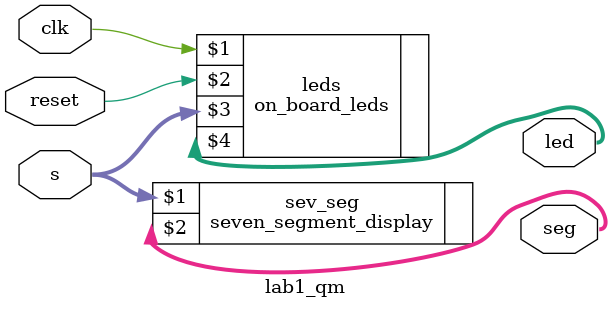
<source format=sv>
/*
Name:  Quinn Miyamoto
Email: qmiyamoto@g.hmc.edu
Date:  August 27, 2025

Purpose: To interface the SW6 DIP switches with both the on-board LEDs and seven-segment display.
*/

module lab1_qm(input logic        clk,
			   input logic        reset,
			   input logic  [3:0] s,
			   output logic [2:0] led,
			   output logic [6:0] seg);
			   
	// toggles the on-board LEDs
	on_board_leds leds(clk, reset, s, led);
			   
	// sets the seven-segment display
	seven_segment_display sev_seg(s, seg);
			   
endmodule

</source>
